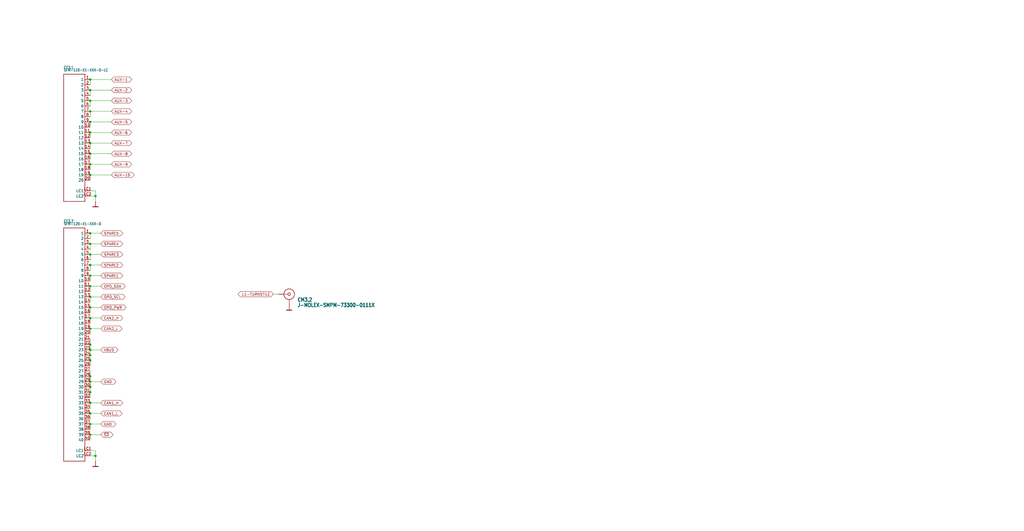
<source format=kicad_sch>
(kicad_sch (version 20211123) (generator eeschema)
  (paper "User" 490.22 254.406)
  (lib_symbols
    (symbol "oresat-backplane-2u-eagle-import:GND" (power)
      (symbol "GND_1_0"
        (polyline (pts (xy -1.27 -2.54) (xy 1.27 -2.54)) (stroke (width 0.4064)))
        (pin power_in line (at 0 0 270) (length 2.54) (name "GND") (number "1"))
      )
    )
    (symbol "oresat-backplane-2u-eagle-import:SFM-110-X1-XXX-D-LC"
      (property "Reference" "CF" (at -2.54 33.02 0))
      (property "Value" "SFM-110-X1-XXX-D-LC" (at -2.54 31.75 0))
      (symbol "SFM-110-X1-XXX-D-LC_1_0"
        (polyline (pts (xy -2.54 -30.48) (xy -2.54 30.48)) (stroke (width 0.254)))
        (polyline (pts (xy -2.54 30.48) (xy 7.62 30.48)) (stroke (width 0.254)))
        (polyline (pts (xy 7.62 -30.48) (xy -2.54 -30.48)) (stroke (width 0.254)))
        (polyline (pts (xy 7.62 30.48) (xy 7.62 -30.48)) (stroke (width 0.254)))
        (pin passive line (at 10.16 27.94 180) (length 2.54) (name "1") (number "1"))
        (pin passive line (at 10.16 5.08 180) (length 2.54) (name "10") (number "10"))
        (pin passive line (at 10.16 2.54 180) (length 2.54) (name "11") (number "11"))
        (pin passive line (at 10.16 0 180) (length 2.54) (name "12") (number "12"))
        (pin passive line (at 10.16 -2.54 180) (length 2.54) (name "13") (number "13"))
        (pin passive line (at 10.16 -5.08 180) (length 2.54) (name "14") (number "14"))
        (pin passive line (at 10.16 -7.62 180) (length 2.54) (name "15") (number "15"))
        (pin passive line (at 10.16 -10.16 180) (length 2.54) (name "16") (number "16"))
        (pin passive line (at 10.16 -12.7 180) (length 2.54) (name "17") (number "17"))
        (pin passive line (at 10.16 -15.24 180) (length 2.54) (name "18") (number "18"))
        (pin passive line (at 10.16 -17.78 180) (length 2.54) (name "19") (number "19"))
        (pin passive line (at 10.16 25.4 180) (length 2.54) (name "2") (number "2"))
        (pin passive line (at 10.16 -20.32 180) (length 2.54) (name "20") (number "20"))
        (pin passive line (at 10.16 22.86 180) (length 2.54) (name "3") (number "3"))
        (pin passive line (at 10.16 20.32 180) (length 2.54) (name "4") (number "4"))
        (pin passive line (at 10.16 17.78 180) (length 2.54) (name "5") (number "5"))
        (pin passive line (at 10.16 15.24 180) (length 2.54) (name "6") (number "6"))
        (pin passive line (at 10.16 12.7 180) (length 2.54) (name "7") (number "7"))
        (pin passive line (at 10.16 10.16 180) (length 2.54) (name "8") (number "8"))
        (pin passive line (at 10.16 7.62 180) (length 2.54) (name "9") (number "9"))
        (pin passive line (at 10.16 -25.4 180) (length 2.54) (name "LC1") (number "LC1"))
        (pin passive line (at 10.16 -27.94 180) (length 2.54) (name "LC2") (number "LC2"))
      )
    )
    (symbol "oresat-backplane-2u-eagle-import:SFM-120-X1-XXX-D"
      (property "Reference" "J" (at -2.54 50.8 0))
      (property "Value" "SFM-120-X1-XXX-D" (at -2.54 49.53 0))
      (symbol "SFM-120-X1-XXX-D_1_0"
        (polyline (pts (xy -2.54 -63.5) (xy -2.54 48.26)) (stroke (width 0.254)))
        (polyline (pts (xy -2.54 48.26) (xy 7.62 48.26)) (stroke (width 0.254)))
        (polyline (pts (xy 7.62 -63.5) (xy -2.54 -63.5)) (stroke (width 0.254)))
        (polyline (pts (xy 7.62 48.26) (xy 7.62 -63.5)) (stroke (width 0.254)))
        (pin passive line (at 10.16 45.72 180) (length 2.54) (name "1") (number "1"))
        (pin passive line (at 10.16 22.86 180) (length 2.54) (name "10") (number "10"))
        (pin passive line (at 10.16 20.32 180) (length 2.54) (name "11") (number "11"))
        (pin passive line (at 10.16 17.78 180) (length 2.54) (name "12") (number "12"))
        (pin passive line (at 10.16 15.24 180) (length 2.54) (name "13") (number "13"))
        (pin passive line (at 10.16 12.7 180) (length 2.54) (name "14") (number "14"))
        (pin passive line (at 10.16 10.16 180) (length 2.54) (name "15") (number "15"))
        (pin passive line (at 10.16 7.62 180) (length 2.54) (name "16") (number "16"))
        (pin passive line (at 10.16 5.08 180) (length 2.54) (name "17") (number "17"))
        (pin passive line (at 10.16 2.54 180) (length 2.54) (name "18") (number "18"))
        (pin passive line (at 10.16 0 180) (length 2.54) (name "19") (number "19"))
        (pin passive line (at 10.16 43.18 180) (length 2.54) (name "2") (number "2"))
        (pin passive line (at 10.16 -2.54 180) (length 2.54) (name "20") (number "20"))
        (pin passive line (at 10.16 -5.08 180) (length 2.54) (name "21") (number "21"))
        (pin passive line (at 10.16 -7.62 180) (length 2.54) (name "22") (number "22"))
        (pin passive line (at 10.16 -10.16 180) (length 2.54) (name "23") (number "23"))
        (pin passive line (at 10.16 -12.7 180) (length 2.54) (name "24") (number "24"))
        (pin passive line (at 10.16 -15.24 180) (length 2.54) (name "25") (number "25"))
        (pin passive line (at 10.16 -17.78 180) (length 2.54) (name "26") (number "26"))
        (pin passive line (at 10.16 -20.32 180) (length 2.54) (name "27") (number "27"))
        (pin passive line (at 10.16 -22.86 180) (length 2.54) (name "28") (number "28"))
        (pin passive line (at 10.16 -25.4 180) (length 2.54) (name "29") (number "29"))
        (pin passive line (at 10.16 40.64 180) (length 2.54) (name "3") (number "3"))
        (pin passive line (at 10.16 -27.94 180) (length 2.54) (name "30") (number "30"))
        (pin passive line (at 10.16 -30.48 180) (length 2.54) (name "31") (number "31"))
        (pin passive line (at 10.16 -33.02 180) (length 2.54) (name "32") (number "32"))
        (pin passive line (at 10.16 -35.56 180) (length 2.54) (name "33") (number "33"))
        (pin passive line (at 10.16 -38.1 180) (length 2.54) (name "34") (number "34"))
        (pin passive line (at 10.16 -40.64 180) (length 2.54) (name "35") (number "35"))
        (pin passive line (at 10.16 -43.18 180) (length 2.54) (name "36") (number "36"))
        (pin passive line (at 10.16 -45.72 180) (length 2.54) (name "37") (number "37"))
        (pin passive line (at 10.16 -48.26 180) (length 2.54) (name "38") (number "38"))
        (pin passive line (at 10.16 -50.8 180) (length 2.54) (name "39") (number "39"))
        (pin passive line (at 10.16 38.1 180) (length 2.54) (name "4") (number "4"))
        (pin passive line (at 10.16 -53.34 180) (length 2.54) (name "40") (number "40"))
        (pin passive line (at 10.16 35.56 180) (length 2.54) (name "5") (number "5"))
        (pin passive line (at 10.16 33.02 180) (length 2.54) (name "6") (number "6"))
        (pin passive line (at 10.16 30.48 180) (length 2.54) (name "7") (number "7"))
        (pin passive line (at 10.16 27.94 180) (length 2.54) (name "8") (number "8"))
        (pin passive line (at 10.16 25.4 180) (length 2.54) (name "9") (number "9"))
        (pin passive line (at 10.16 -58.42 180) (length 2.54) (name "LC1") (number "LC1"))
        (pin passive line (at 10.16 -60.96 180) (length 2.54) (name "LC2") (number "LC2"))
      )
    )
    (symbol "oresat-symbols:J-MOLEX-SMPM-73300-0111X_1"
      (property "Reference" "CM2.2" (at 3.81 -3.81 0))
      (property "Value" "J-MOLEX-SMPM-73300-0111X_1" (at 3.81 -6.35 0))
      (symbol "J-MOLEX-SMPM-73300-0111X_1_1_0"
        (polyline (pts (xy -2.54 0) (xy -0.635 0)) (stroke (width 0.1524)))
        (circle (center 0 0) (radius 0.635) (stroke (width 0.254)))
        (circle (center 0 0) (radius 2.54) (stroke (width 0.254)))
        (pin passive line (at 0 -5.08 90) (length 2.54) (name "SHIELD1") (number "GND"))
        (pin passive line (at -5.08 0 0) (length 2.54) (name "RF") (number "RF-DOWN"))
      )
    )
  )
  (junction (at 43.18 38.1))
  (junction (at 43.18 165.1))
  (junction (at 45.72 93.98))
  (junction (at 43.18 48.26))
  (junction (at 43.18 43.18))
  (junction (at 43.18 53.34))
  (junction (at 43.18 167.64))
  (junction (at 43.18 83.82))
  (junction (at 43.18 180.34))
  (junction (at 43.18 73.66))
  (junction (at 43.18 152.4))
  (junction (at 43.18 193.04))
  (junction (at 43.18 137.16))
  (junction (at 43.18 170.18))
  (junction (at 43.18 132.08))
  (junction (at 43.18 187.96))
  (junction (at 43.18 127))
  (junction (at 43.18 78.74))
  (junction (at 43.18 121.92))
  (junction (at 43.18 147.32))
  (junction (at 43.18 142.24))
  (junction (at 43.18 63.5))
  (junction (at 43.18 185.42))
  (junction (at 43.18 182.88))
  (junction (at 43.18 58.42))
  (junction (at 43.18 111.76))
  (junction (at 43.18 203.2))
  (junction (at 43.18 68.58))
  (junction (at 43.18 172.72))
  (junction (at 43.18 116.84))
  (junction (at 43.18 198.12))
  (junction (at 43.18 157.48))
  (junction (at 45.72 218.44))
  (junction (at 43.18 208.28))
  (wire (pts (xy 48.26 147.32) (xy 43.18 147.32)))
  (wire (pts (xy 43.18 73.66) (xy 43.18 76.2)))
  (wire (pts (xy 43.18 121.92) (xy 48.26 121.92)))
  (wire (pts (xy 43.18 177.8) (xy 43.18 180.34)))
  (wire (pts (xy 43.18 152.4) (xy 43.18 154.94)))
  (wire (pts (xy 43.18 68.58) (xy 53.34 68.58)))
  (wire (pts (xy 43.18 185.42) (xy 43.18 187.96)))
  (wire (pts (xy 43.18 127) (xy 43.18 129.54)))
  (wire (pts (xy 43.18 53.34) (xy 43.18 55.88)))
  (wire (pts (xy 43.18 132.08) (xy 43.18 134.62)))
  (wire (pts (xy 43.18 182.88) (xy 43.18 185.42)))
  (wire (pts (xy 43.18 165.1) (xy 43.18 167.64)))
  (wire (pts (xy 48.26 198.12) (xy 43.18 198.12)))
  (wire (pts (xy 43.18 38.1) (xy 53.34 38.1)))
  (wire (pts (xy 45.72 91.44) (xy 43.18 91.44)))
  (wire (pts (xy 43.18 68.58) (xy 43.18 71.12)))
  (wire (pts (xy 48.26 208.28) (xy 43.18 208.28)))
  (wire (pts (xy 43.18 172.72) (xy 43.18 175.26)))
  (wire (pts (xy 43.18 83.82) (xy 43.18 86.36)))
  (wire (pts (xy 43.18 198.12) (xy 43.18 200.66)))
  (wire (pts (xy 43.18 170.18) (xy 43.18 172.72)))
  (wire (pts (xy 48.26 167.64) (xy 43.18 167.64)))
  (wire (pts (xy 43.18 116.84) (xy 43.18 119.38)))
  (wire (pts (xy 45.72 218.44) (xy 45.72 220.98)))
  (wire (pts (xy 48.26 137.16) (xy 43.18 137.16)))
  (wire (pts (xy 48.26 142.24) (xy 43.18 142.24)))
  (wire (pts (xy 43.18 48.26) (xy 43.18 50.8)))
  (wire (pts (xy 43.18 48.26) (xy 53.34 48.26)))
  (wire (pts (xy 43.18 38.1) (xy 43.18 40.64)))
  (wire (pts (xy 43.18 58.42) (xy 43.18 60.96)))
  (wire (pts (xy 43.18 203.2) (xy 43.18 205.74)))
  (wire (pts (xy 43.18 63.5) (xy 43.18 66.04)))
  (wire (pts (xy 43.18 58.42) (xy 53.34 58.42)))
  (wire (pts (xy 48.26 182.88) (xy 43.18 182.88)))
  (wire (pts (xy 43.18 187.96) (xy 43.18 190.5)))
  (wire (pts (xy 43.18 193.04) (xy 43.18 195.58)))
  (wire (pts (xy 43.18 215.9) (xy 45.72 215.9)))
  (wire (pts (xy 43.18 43.18) (xy 43.18 45.72)))
  (wire (pts (xy 48.26 157.48) (xy 43.18 157.48)))
  (wire (pts (xy 45.72 215.9) (xy 45.72 218.44)))
  (wire (pts (xy 43.18 63.5) (xy 53.34 63.5)))
  (wire (pts (xy 43.18 116.84) (xy 48.26 116.84)))
  (wire (pts (xy 45.72 96.52) (xy 45.72 93.98)))
  (wire (pts (xy 43.18 152.4) (xy 48.26 152.4)))
  (wire (pts (xy 43.18 142.24) (xy 43.18 144.78)))
  (wire (pts (xy 43.18 53.34) (xy 53.34 53.34)))
  (wire (pts (xy 45.72 93.98) (xy 45.72 91.44)))
  (wire (pts (xy 43.18 78.74) (xy 53.34 78.74)))
  (wire (pts (xy 43.18 121.92) (xy 43.18 124.46)))
  (wire (pts (xy 43.18 73.66) (xy 53.34 73.66)))
  (wire (pts (xy 133.35 140.97) (xy 130.81 140.97)))
  (wire (pts (xy 43.18 157.48) (xy 43.18 160.02)))
  (wire (pts (xy 43.18 43.18) (xy 53.34 43.18)))
  (wire (pts (xy 43.18 83.82) (xy 53.34 83.82)))
  (wire (pts (xy 43.18 147.32) (xy 43.18 149.86)))
  (wire (pts (xy 43.18 180.34) (xy 43.18 182.88)))
  (wire (pts (xy 43.18 162.56) (xy 43.18 165.1)))
  (wire (pts (xy 48.26 127) (xy 43.18 127)))
  (wire (pts (xy 43.18 218.44) (xy 45.72 218.44)))
  (wire (pts (xy 43.18 167.64) (xy 43.18 170.18)))
  (wire (pts (xy 43.18 139.7) (xy 43.18 137.16)))
  (wire (pts (xy 48.26 132.08) (xy 43.18 132.08)))
  (wire (pts (xy 48.26 193.04) (xy 43.18 193.04)))
  (wire (pts (xy 43.18 78.74) (xy 43.18 81.28)))
  (wire (pts (xy 48.26 203.2) (xy 43.18 203.2)))
  (wire (pts (xy 43.18 208.28) (xy 43.18 210.82)))
  (wire (pts (xy 45.72 93.98) (xy 43.18 93.98)))
  (wire (pts (xy 43.18 111.76) (xy 43.18 114.3)))
  (wire (pts (xy 43.18 111.76) (xy 48.26 111.76)))
  (global_label "L1-TURNSTILE" (shape bidirectional) (at 130.81 140.97 180) (effects (font (size 1.2446 1.2446))) (property "Intersheet References" "${INTERSHEET_REFS}" (effects hide)))
  (global_label "AUX-9" (shape bidirectional) (at 53.34 78.74 0) (effects (font (size 1.2446 1.2446))) (property "Intersheet References" "${INTERSHEET_REFS}" (effects hide)))
  (global_label "OPD_PWR" (shape bidirectional) (at 48.26 147.32 0) (effects (font (size 1.2446 1.2446))) (property "Intersheet References" "${INTERSHEET_REFS}" (effects hide)))
  (global_label "VBUS" (shape bidirectional) (at 48.26 167.64 0) (effects (font (size 1.2446 1.2446))) (property "Intersheet References" "${INTERSHEET_REFS}" (effects hide)))
  (global_label "OPD_SCL" (shape bidirectional) (at 48.26 142.24 0) (effects (font (size 1.2446 1.2446))) (property "Intersheet References" "${INTERSHEET_REFS}" (effects hide)))
  (global_label "CAN1_L" (shape bidirectional) (at 48.26 198.12 0) (effects (font (size 1.2446 1.2446))) (property "Intersheet References" "${INTERSHEET_REFS}" (effects hide)))
  (global_label "AUX-5" (shape bidirectional) (at 53.34 58.42 0) (effects (font (size 1.2446 1.2446))) (property "Intersheet References" "${INTERSHEET_REFS}" (effects hide)))
  (global_label "SPARE3" (shape bidirectional) (at 48.26 121.92 0) (effects (font (size 1.2446 1.2446))) (property "Intersheet References" "${INTERSHEET_REFS}" (effects hide)))
  (global_label "SPARE4" (shape bidirectional) (at 48.26 116.84 0) (effects (font (size 1.2446 1.2446))) (property "Intersheet References" "${INTERSHEET_REFS}" (effects hide)))
  (global_label "OPD_SDA" (shape bidirectional) (at 48.26 137.16 0) (effects (font (size 1.2446 1.2446))) (property "Intersheet References" "${INTERSHEET_REFS}" (effects hide)))
  (global_label "AUX-1" (shape bidirectional) (at 53.34 38.1 0) (effects (font (size 1.2446 1.2446))) (property "Intersheet References" "${INTERSHEET_REFS}" (effects hide)))
  (global_label "~{SD}" (shape bidirectional) (at 48.26 208.28 0) (effects (font (size 1.2446 1.2446))) (property "Intersheet References" "${INTERSHEET_REFS}" (effects hide)))
  (global_label "CAN1_H" (shape bidirectional) (at 48.26 193.04 0) (effects (font (size 1.2446 1.2446))) (property "Intersheet References" "${INTERSHEET_REFS}" (effects hide)))
  (global_label "SPARE5" (shape bidirectional) (at 48.26 111.76 0) (effects (font (size 1.2446 1.2446))) (property "Intersheet References" "${INTERSHEET_REFS}" (effects hide)))
  (global_label "SPARE2" (shape bidirectional) (at 48.26 127 0) (effects (font (size 1.2446 1.2446))) (property "Intersheet References" "${INTERSHEET_REFS}" (effects hide)))
  (global_label "AUX-10" (shape bidirectional) (at 53.34 83.82 0) (effects (font (size 1.2446 1.2446))) (property "Intersheet References" "${INTERSHEET_REFS}" (effects hide)))
  (global_label "SPARE1" (shape bidirectional) (at 48.26 132.08 0) (effects (font (size 1.2446 1.2446))) (property "Intersheet References" "${INTERSHEET_REFS}" (effects hide)))
  (global_label "AUX-3" (shape bidirectional) (at 53.34 48.26 0) (effects (font (size 1.2446 1.2446))) (property "Intersheet References" "${INTERSHEET_REFS}" (effects hide)))
  (global_label "GND" (shape bidirectional) (at 48.26 203.2 0) (effects (font (size 1.2446 1.2446))) (property "Intersheet References" "${INTERSHEET_REFS}" (effects hide)))
  (global_label "AUX-2" (shape bidirectional) (at 53.34 43.18 0) (effects (font (size 1.2446 1.2446))) (property "Intersheet References" "${INTERSHEET_REFS}" (effects hide)))
  (global_label "GND" (shape bidirectional) (at 48.26 182.88 0) (effects (font (size 1.2446 1.2446))) (property "Intersheet References" "${INTERSHEET_REFS}" (effects hide)))
  (global_label "CAN2_H" (shape bidirectional) (at 48.26 152.4 0) (effects (font (size 1.2446 1.2446))) (property "Intersheet References" "${INTERSHEET_REFS}" (effects hide)))
  (global_label "AUX-7" (shape bidirectional) (at 53.34 68.58 0) (effects (font (size 1.2446 1.2446))) (property "Intersheet References" "${INTERSHEET_REFS}" (effects hide)))
  (global_label "AUX-8" (shape bidirectional) (at 53.34 73.66 0) (effects (font (size 1.2446 1.2446))) (property "Intersheet References" "${INTERSHEET_REFS}" (effects hide)))
  (global_label "AUX-6" (shape bidirectional) (at 53.34 63.5 0) (effects (font (size 1.2446 1.2446))) (property "Intersheet References" "${INTERSHEET_REFS}" (effects hide)))
  (global_label "AUX-4" (shape bidirectional) (at 53.34 53.34 0) (effects (font (size 1.2446 1.2446))) (property "Intersheet References" "${INTERSHEET_REFS}" (effects hide)))
  (global_label "CAN2_L" (shape bidirectional) (at 48.26 157.48 0) (effects (font (size 1.2446 1.2446))) (property "Intersheet References" "${INTERSHEET_REFS}" (effects hide)))
  (symbol (lib_id "oresat-backplane-2u-eagle-import:SFM-110-X1-XXX-D-LC") (at 33.02 66.04 0) (unit 1)
    (property "Reference" "CF3.1" (at 30.48 33.02 0) (effects (font (size 1.27 1.0795)) (justify left bottom)))
    (property "Value" "SFM-110-X1-XXX-D-LC" (at 30.48 34.29 0) (effects (font (size 1.27 1.0795)) (justify left bottom)))
    (property "Footprint" "oresat-footprints:J-SAMTEC-CF-SFM-110-X1-XXX-D-LC" (effects hide))
  )
  (symbol (lib_id "oresat-backplane-2u-eagle-import:GND") (at 45.72 96.52 0) (unit 1)
    (property "Reference" "#GND0107" (effects hide))
    (property "Value" "GND" (effects hide))
    (property "Footprint" "oresat-backplane-2u:" (effects hide))
  )
  (symbol (lib_id "oresat-backplane-2u-eagle-import:GND") (at 138.43 146.05 0) (unit 1)
    (property "Reference" "#GND0102" (effects hide))
    (property "Value" "GND" (effects hide))
    (property "Footprint" "oresat-backplane-2u:" (effects hide))
  )
  (symbol (lib_id "oresat-symbols:J-MOLEX-SMPM-73300-0111X_1") (at 138.43 140.97 0) (unit 1)
    (property "Reference" "CM3.2" (at 142.24 144.78 0) (effects (font (size 1.778 1.5113) bold) (justify left bottom)))
    (property "Value" "J-MOLEX-SMPM-73300-0111X" (at 142.24 147.32 0) (effects (font (size 1.778 1.5113) bold) (justify left bottom)))
    (property "Footprint" "oresat-footprints:J-MOLEX-SMPM-73300-0111X-long" (effects hide))
  )
  (symbol (lib_id "oresat-backplane-2u-eagle-import:SFM-120-X1-XXX-D") (at 33.02 157.48 0) (unit 1)
    (property "Reference" "CF3.2" (at 30.48 106.68 0) (effects (font (size 1.27 1.0795)) (justify left bottom)))
    (property "Value" "SFM-120-X1-XXX-D" (at 30.48 107.95 0) (effects (font (size 1.27 1.0795)) (justify left bottom)))
    (property "Footprint" "oresat-footprints:J-SAMTEC-SFM-120-X1-XXX-D" (effects hide))
  )
  (symbol (lib_id "oresat-backplane-2u-eagle-import:GND") (at 45.72 220.98 0) (unit 1)
    (property "Reference" "#GND0103" (effects hide))
    (property "Value" "GND" (effects hide))
    (property "Footprint" "oresat-backplane-2u:" (effects hide))
  )
)
</source>
